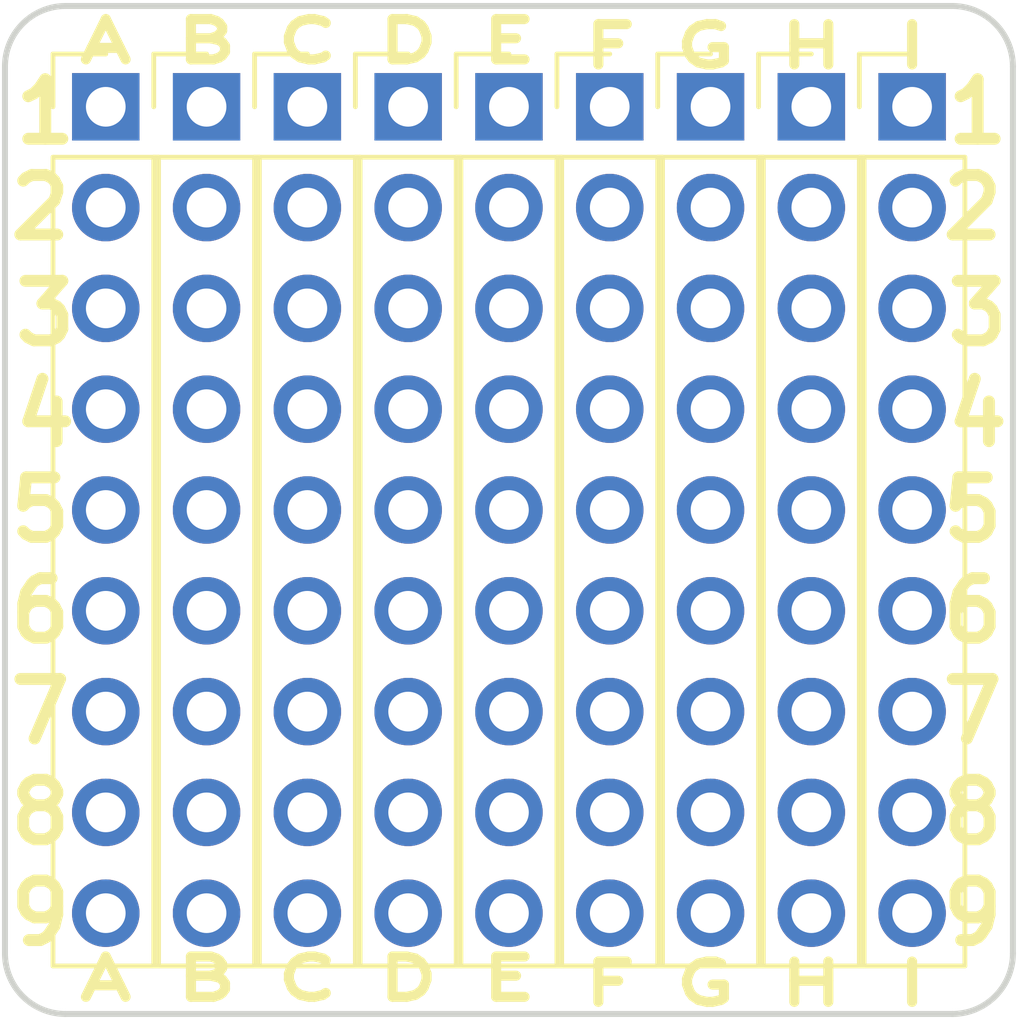
<source format=kicad_pcb>
(kicad_pcb (version 20171130) (host pcbnew 5.99.0+really5.1.10+dfsg1-1)

  (general
    (thickness 1.6)
    (drawings 44)
    (tracks 0)
    (zones 0)
    (modules 9)
    (nets 82)
  )

  (page A4)
  (title_block
    (title "One Square Inch Prototype Board")
    (date 2019-08-29)
    (rev 1.0)
    (comment 2 https://creativecommons.org/licenses/by-sa/4.0/)
    (comment 3 "License: CC BY-SA 4.0")
    (comment 4 "Author: Debinix Team")
  )

  (layers
    (0 F.Cu signal)
    (31 B.Cu signal)
    (32 B.Adhes user)
    (33 F.Adhes user)
    (34 B.Paste user)
    (35 F.Paste user)
    (36 B.SilkS user)
    (37 F.SilkS user)
    (38 B.Mask user)
    (39 F.Mask user)
    (40 Dwgs.User user)
    (41 Cmts.User user)
    (42 Eco1.User user)
    (43 Eco2.User user)
    (44 Edge.Cuts user)
    (45 Margin user)
    (46 B.CrtYd user)
    (47 F.CrtYd user)
    (48 B.Fab user)
    (49 F.Fab user)
  )

  (setup
    (last_trace_width 0.25)
    (trace_clearance 0.2)
    (zone_clearance 0.508)
    (zone_45_only no)
    (trace_min 0.2)
    (via_size 0.8)
    (via_drill 0.4)
    (via_min_size 0.4)
    (via_min_drill 0.3)
    (uvia_size 0.3)
    (uvia_drill 0.1)
    (uvias_allowed no)
    (uvia_min_size 0.2)
    (uvia_min_drill 0.1)
    (edge_width 0.15)
    (segment_width 0.2)
    (pcb_text_width 0.3)
    (pcb_text_size 1.5 1.5)
    (mod_edge_width 0.15)
    (mod_text_size 1 1)
    (mod_text_width 0.15)
    (pad_size 1.524 1.524)
    (pad_drill 0.762)
    (pad_to_mask_clearance 0.051)
    (solder_mask_min_width 0.25)
    (aux_axis_origin 0 0)
    (visible_elements FFFFFF7F)
    (pcbplotparams
      (layerselection 0x010e8_ffffffff)
      (usegerberextensions false)
      (usegerberattributes true)
      (usegerberadvancedattributes false)
      (creategerberjobfile false)
      (excludeedgelayer false)
      (linewidth 0.100000)
      (plotframeref false)
      (viasonmask false)
      (mode 1)
      (useauxorigin false)
      (hpglpennumber 1)
      (hpglpenspeed 20)
      (hpglpendiameter 15.000000)
      (psnegative false)
      (psa4output false)
      (plotreference true)
      (plotvalue true)
      (plotinvisibletext false)
      (padsonsilk true)
      (subtractmaskfromsilk false)
      (outputformat 1)
      (mirror false)
      (drillshape 0)
      (scaleselection 1)
      (outputdirectory "GERBERS/"))
  )

  (net 0 "")
  (net 1 "Net-(J1-Pad1)")
  (net 2 "Net-(J1-Pad2)")
  (net 3 "Net-(J1-Pad3)")
  (net 4 "Net-(J1-Pad4)")
  (net 5 "Net-(J1-Pad5)")
  (net 6 "Net-(J1-Pad6)")
  (net 7 "Net-(J1-Pad7)")
  (net 8 "Net-(J1-Pad8)")
  (net 9 "Net-(J1-Pad9)")
  (net 10 "Net-(J2-Pad9)")
  (net 11 "Net-(J2-Pad8)")
  (net 12 "Net-(J2-Pad7)")
  (net 13 "Net-(J2-Pad6)")
  (net 14 "Net-(J2-Pad5)")
  (net 15 "Net-(J2-Pad4)")
  (net 16 "Net-(J2-Pad3)")
  (net 17 "Net-(J2-Pad2)")
  (net 18 "Net-(J2-Pad1)")
  (net 19 "Net-(J3-Pad1)")
  (net 20 "Net-(J3-Pad2)")
  (net 21 "Net-(J3-Pad3)")
  (net 22 "Net-(J3-Pad4)")
  (net 23 "Net-(J3-Pad5)")
  (net 24 "Net-(J3-Pad6)")
  (net 25 "Net-(J3-Pad7)")
  (net 26 "Net-(J3-Pad8)")
  (net 27 "Net-(J3-Pad9)")
  (net 28 "Net-(J4-Pad9)")
  (net 29 "Net-(J4-Pad8)")
  (net 30 "Net-(J4-Pad7)")
  (net 31 "Net-(J4-Pad6)")
  (net 32 "Net-(J4-Pad5)")
  (net 33 "Net-(J4-Pad4)")
  (net 34 "Net-(J4-Pad3)")
  (net 35 "Net-(J4-Pad2)")
  (net 36 "Net-(J4-Pad1)")
  (net 37 "Net-(J5-Pad1)")
  (net 38 "Net-(J5-Pad2)")
  (net 39 "Net-(J5-Pad3)")
  (net 40 "Net-(J5-Pad4)")
  (net 41 "Net-(J5-Pad5)")
  (net 42 "Net-(J5-Pad6)")
  (net 43 "Net-(J5-Pad7)")
  (net 44 "Net-(J5-Pad8)")
  (net 45 "Net-(J5-Pad9)")
  (net 46 "Net-(J6-Pad9)")
  (net 47 "Net-(J6-Pad8)")
  (net 48 "Net-(J6-Pad7)")
  (net 49 "Net-(J6-Pad6)")
  (net 50 "Net-(J6-Pad5)")
  (net 51 "Net-(J6-Pad4)")
  (net 52 "Net-(J6-Pad3)")
  (net 53 "Net-(J6-Pad2)")
  (net 54 "Net-(J6-Pad1)")
  (net 55 "Net-(J7-Pad1)")
  (net 56 "Net-(J7-Pad2)")
  (net 57 "Net-(J7-Pad3)")
  (net 58 "Net-(J7-Pad4)")
  (net 59 "Net-(J7-Pad5)")
  (net 60 "Net-(J7-Pad6)")
  (net 61 "Net-(J7-Pad7)")
  (net 62 "Net-(J7-Pad8)")
  (net 63 "Net-(J7-Pad9)")
  (net 64 "Net-(J8-Pad9)")
  (net 65 "Net-(J8-Pad8)")
  (net 66 "Net-(J8-Pad7)")
  (net 67 "Net-(J8-Pad6)")
  (net 68 "Net-(J8-Pad5)")
  (net 69 "Net-(J8-Pad4)")
  (net 70 "Net-(J8-Pad3)")
  (net 71 "Net-(J8-Pad2)")
  (net 72 "Net-(J8-Pad1)")
  (net 73 "Net-(J9-Pad1)")
  (net 74 "Net-(J9-Pad2)")
  (net 75 "Net-(J9-Pad3)")
  (net 76 "Net-(J9-Pad4)")
  (net 77 "Net-(J9-Pad5)")
  (net 78 "Net-(J9-Pad6)")
  (net 79 "Net-(J9-Pad7)")
  (net 80 "Net-(J9-Pad8)")
  (net 81 "Net-(J9-Pad9)")

  (net_class Default "This is the default net class."
    (clearance 0.2)
    (trace_width 0.25)
    (via_dia 0.8)
    (via_drill 0.4)
    (uvia_dia 0.3)
    (uvia_drill 0.1)
    (add_net "Net-(J1-Pad1)")
    (add_net "Net-(J1-Pad2)")
    (add_net "Net-(J1-Pad3)")
    (add_net "Net-(J1-Pad4)")
    (add_net "Net-(J1-Pad5)")
    (add_net "Net-(J1-Pad6)")
    (add_net "Net-(J1-Pad7)")
    (add_net "Net-(J1-Pad8)")
    (add_net "Net-(J1-Pad9)")
    (add_net "Net-(J2-Pad1)")
    (add_net "Net-(J2-Pad2)")
    (add_net "Net-(J2-Pad3)")
    (add_net "Net-(J2-Pad4)")
    (add_net "Net-(J2-Pad5)")
    (add_net "Net-(J2-Pad6)")
    (add_net "Net-(J2-Pad7)")
    (add_net "Net-(J2-Pad8)")
    (add_net "Net-(J2-Pad9)")
    (add_net "Net-(J3-Pad1)")
    (add_net "Net-(J3-Pad2)")
    (add_net "Net-(J3-Pad3)")
    (add_net "Net-(J3-Pad4)")
    (add_net "Net-(J3-Pad5)")
    (add_net "Net-(J3-Pad6)")
    (add_net "Net-(J3-Pad7)")
    (add_net "Net-(J3-Pad8)")
    (add_net "Net-(J3-Pad9)")
    (add_net "Net-(J4-Pad1)")
    (add_net "Net-(J4-Pad2)")
    (add_net "Net-(J4-Pad3)")
    (add_net "Net-(J4-Pad4)")
    (add_net "Net-(J4-Pad5)")
    (add_net "Net-(J4-Pad6)")
    (add_net "Net-(J4-Pad7)")
    (add_net "Net-(J4-Pad8)")
    (add_net "Net-(J4-Pad9)")
    (add_net "Net-(J5-Pad1)")
    (add_net "Net-(J5-Pad2)")
    (add_net "Net-(J5-Pad3)")
    (add_net "Net-(J5-Pad4)")
    (add_net "Net-(J5-Pad5)")
    (add_net "Net-(J5-Pad6)")
    (add_net "Net-(J5-Pad7)")
    (add_net "Net-(J5-Pad8)")
    (add_net "Net-(J5-Pad9)")
    (add_net "Net-(J6-Pad1)")
    (add_net "Net-(J6-Pad2)")
    (add_net "Net-(J6-Pad3)")
    (add_net "Net-(J6-Pad4)")
    (add_net "Net-(J6-Pad5)")
    (add_net "Net-(J6-Pad6)")
    (add_net "Net-(J6-Pad7)")
    (add_net "Net-(J6-Pad8)")
    (add_net "Net-(J6-Pad9)")
    (add_net "Net-(J7-Pad1)")
    (add_net "Net-(J7-Pad2)")
    (add_net "Net-(J7-Pad3)")
    (add_net "Net-(J7-Pad4)")
    (add_net "Net-(J7-Pad5)")
    (add_net "Net-(J7-Pad6)")
    (add_net "Net-(J7-Pad7)")
    (add_net "Net-(J7-Pad8)")
    (add_net "Net-(J7-Pad9)")
    (add_net "Net-(J8-Pad1)")
    (add_net "Net-(J8-Pad2)")
    (add_net "Net-(J8-Pad3)")
    (add_net "Net-(J8-Pad4)")
    (add_net "Net-(J8-Pad5)")
    (add_net "Net-(J8-Pad6)")
    (add_net "Net-(J8-Pad7)")
    (add_net "Net-(J8-Pad8)")
    (add_net "Net-(J8-Pad9)")
    (add_net "Net-(J9-Pad1)")
    (add_net "Net-(J9-Pad2)")
    (add_net "Net-(J9-Pad3)")
    (add_net "Net-(J9-Pad4)")
    (add_net "Net-(J9-Pad5)")
    (add_net "Net-(J9-Pad6)")
    (add_net "Net-(J9-Pad7)")
    (add_net "Net-(J9-Pad8)")
    (add_net "Net-(J9-Pad9)")
  )

  (module Connector_PinHeader_2.54mm:PinHeader_1x09_P2.54mm_Vertical (layer F.Cu) (tedit 5D67EC7C) (tstamp 5D75EE7E)
    (at 142.24 50.8)
    (descr "Through hole straight pin header, 1x09, 2.54mm pitch, single row")
    (tags "Through hole pin header THT 1x09 2.54mm single row")
    (path /5D67ED62)
    (fp_text reference J9 (at 0 -2.33) (layer F.SilkS) hide
      (effects (font (size 1 1) (thickness 0.15)))
    )
    (fp_text value Conn_01x09_Female (at 0 22.65) (layer F.Fab) hide
      (effects (font (size 1 1) (thickness 0.15)))
    )
    (fp_line (start -0.635 -1.27) (end 1.27 -1.27) (layer F.Fab) (width 0.1))
    (fp_line (start 1.27 -1.27) (end 1.27 21.59) (layer F.Fab) (width 0.1))
    (fp_line (start 1.27 21.59) (end -1.27 21.59) (layer F.Fab) (width 0.1))
    (fp_line (start -1.27 21.59) (end -1.27 -0.635) (layer F.Fab) (width 0.1))
    (fp_line (start -1.27 -0.635) (end -0.635 -1.27) (layer F.Fab) (width 0.1))
    (fp_line (start -1.33 21.65) (end 1.33 21.65) (layer F.SilkS) (width 0.12))
    (fp_line (start -1.33 1.27) (end -1.33 21.65) (layer F.SilkS) (width 0.12))
    (fp_line (start 1.33 1.27) (end 1.33 21.65) (layer F.SilkS) (width 0.12))
    (fp_line (start -1.33 1.27) (end 1.33 1.27) (layer F.SilkS) (width 0.12))
    (fp_line (start -1.33 0) (end -1.33 -1.33) (layer F.SilkS) (width 0.12))
    (fp_line (start -1.33 -1.33) (end 0 -1.33) (layer F.SilkS) (width 0.12))
    (fp_line (start -1.8 -1.8) (end -1.8 22.1) (layer F.CrtYd) (width 0.05))
    (fp_line (start -1.8 22.1) (end 1.8 22.1) (layer F.CrtYd) (width 0.05))
    (fp_line (start 1.8 22.1) (end 1.8 -1.8) (layer F.CrtYd) (width 0.05))
    (fp_line (start 1.8 -1.8) (end -1.8 -1.8) (layer F.CrtYd) (width 0.05))
    (fp_text user %R (at 0 10.16 90) (layer F.Fab)
      (effects (font (size 1 1) (thickness 0.15)))
    )
    (pad 1 thru_hole rect (at 0 0) (size 1.7 1.7) (drill 1) (layers *.Cu *.Mask)
      (net 73 "Net-(J9-Pad1)"))
    (pad 2 thru_hole oval (at 0 2.54) (size 1.7 1.7) (drill 1) (layers *.Cu *.Mask)
      (net 74 "Net-(J9-Pad2)"))
    (pad 3 thru_hole oval (at 0 5.08) (size 1.7 1.7) (drill 1) (layers *.Cu *.Mask)
      (net 75 "Net-(J9-Pad3)"))
    (pad 4 thru_hole oval (at 0 7.62) (size 1.7 1.7) (drill 1) (layers *.Cu *.Mask)
      (net 76 "Net-(J9-Pad4)"))
    (pad 5 thru_hole oval (at 0 10.16) (size 1.7 1.7) (drill 1) (layers *.Cu *.Mask)
      (net 77 "Net-(J9-Pad5)"))
    (pad 6 thru_hole oval (at 0 12.7) (size 1.7 1.7) (drill 1) (layers *.Cu *.Mask)
      (net 78 "Net-(J9-Pad6)"))
    (pad 7 thru_hole oval (at 0 15.24) (size 1.7 1.7) (drill 1) (layers *.Cu *.Mask)
      (net 79 "Net-(J9-Pad7)"))
    (pad 8 thru_hole oval (at 0 17.78) (size 1.7 1.7) (drill 1) (layers *.Cu *.Mask)
      (net 80 "Net-(J9-Pad8)"))
    (pad 9 thru_hole oval (at 0 20.32) (size 1.7 1.7) (drill 1) (layers *.Cu *.Mask)
      (net 81 "Net-(J9-Pad9)"))
    (model ${KISYS3DMOD}/Connector_PinHeader_2.54mm.3dshapes/PinHeader_1x09_P2.54mm_Vertical.wrl
      (at (xyz 0 0 0))
      (scale (xyz 1 1 1))
      (rotate (xyz 0 0 0))
    )
  )

  (module Connector_PinHeader_2.54mm:PinHeader_1x09_P2.54mm_Vertical (layer F.Cu) (tedit 5D67EC74) (tstamp 5D75EE2A)
    (at 139.7 50.8)
    (descr "Through hole straight pin header, 1x09, 2.54mm pitch, single row")
    (tags "Through hole pin header THT 1x09 2.54mm single row")
    (path /5D67ED5B)
    (fp_text reference J8 (at 0 -2.33) (layer F.SilkS) hide
      (effects (font (size 1 1) (thickness 0.15)))
    )
    (fp_text value Conn_01x09_Female (at 0 22.65) (layer F.Fab) hide
      (effects (font (size 1 1) (thickness 0.15)))
    )
    (fp_line (start 1.8 -1.8) (end -1.8 -1.8) (layer F.CrtYd) (width 0.05))
    (fp_line (start 1.8 22.1) (end 1.8 -1.8) (layer F.CrtYd) (width 0.05))
    (fp_line (start -1.8 22.1) (end 1.8 22.1) (layer F.CrtYd) (width 0.05))
    (fp_line (start -1.8 -1.8) (end -1.8 22.1) (layer F.CrtYd) (width 0.05))
    (fp_line (start -1.33 -1.33) (end 0 -1.33) (layer F.SilkS) (width 0.12))
    (fp_line (start -1.33 0) (end -1.33 -1.33) (layer F.SilkS) (width 0.12))
    (fp_line (start -1.33 1.27) (end 1.33 1.27) (layer F.SilkS) (width 0.12))
    (fp_line (start 1.33 1.27) (end 1.33 21.65) (layer F.SilkS) (width 0.12))
    (fp_line (start -1.33 1.27) (end -1.33 21.65) (layer F.SilkS) (width 0.12))
    (fp_line (start -1.33 21.65) (end 1.33 21.65) (layer F.SilkS) (width 0.12))
    (fp_line (start -1.27 -0.635) (end -0.635 -1.27) (layer F.Fab) (width 0.1))
    (fp_line (start -1.27 21.59) (end -1.27 -0.635) (layer F.Fab) (width 0.1))
    (fp_line (start 1.27 21.59) (end -1.27 21.59) (layer F.Fab) (width 0.1))
    (fp_line (start 1.27 -1.27) (end 1.27 21.59) (layer F.Fab) (width 0.1))
    (fp_line (start -0.635 -1.27) (end 1.27 -1.27) (layer F.Fab) (width 0.1))
    (fp_text user %R (at 0 10.16 90) (layer F.Fab)
      (effects (font (size 1 1) (thickness 0.15)))
    )
    (pad 9 thru_hole oval (at 0 20.32) (size 1.7 1.7) (drill 1) (layers *.Cu *.Mask)
      (net 64 "Net-(J8-Pad9)"))
    (pad 8 thru_hole oval (at 0 17.78) (size 1.7 1.7) (drill 1) (layers *.Cu *.Mask)
      (net 65 "Net-(J8-Pad8)"))
    (pad 7 thru_hole oval (at 0 15.24) (size 1.7 1.7) (drill 1) (layers *.Cu *.Mask)
      (net 66 "Net-(J8-Pad7)"))
    (pad 6 thru_hole oval (at 0 12.7) (size 1.7 1.7) (drill 1) (layers *.Cu *.Mask)
      (net 67 "Net-(J8-Pad6)"))
    (pad 5 thru_hole oval (at 0 10.16) (size 1.7 1.7) (drill 1) (layers *.Cu *.Mask)
      (net 68 "Net-(J8-Pad5)"))
    (pad 4 thru_hole oval (at 0 7.62) (size 1.7 1.7) (drill 1) (layers *.Cu *.Mask)
      (net 69 "Net-(J8-Pad4)"))
    (pad 3 thru_hole oval (at 0 5.08) (size 1.7 1.7) (drill 1) (layers *.Cu *.Mask)
      (net 70 "Net-(J8-Pad3)"))
    (pad 2 thru_hole oval (at 0 2.54) (size 1.7 1.7) (drill 1) (layers *.Cu *.Mask)
      (net 71 "Net-(J8-Pad2)"))
    (pad 1 thru_hole rect (at 0 0) (size 1.7 1.7) (drill 1) (layers *.Cu *.Mask)
      (net 72 "Net-(J8-Pad1)"))
    (model ${KISYS3DMOD}/Connector_PinHeader_2.54mm.3dshapes/PinHeader_1x09_P2.54mm_Vertical.wrl
      (at (xyz 0 0 0))
      (scale (xyz 1 1 1))
      (rotate (xyz 0 0 0))
    )
  )

  (module Connector_PinHeader_2.54mm:PinHeader_1x09_P2.54mm_Vertical (layer F.Cu) (tedit 5D67EC85) (tstamp 5D75ED82)
    (at 137.16 50.8)
    (descr "Through hole straight pin header, 1x09, 2.54mm pitch, single row")
    (tags "Through hole pin header THT 1x09 2.54mm single row")
    (path /5D67ED54)
    (fp_text reference J7 (at 0 -2.33) (layer F.SilkS) hide
      (effects (font (size 1 1) (thickness 0.15)))
    )
    (fp_text value Conn_01x09_Female (at 0 22.65) (layer F.Fab) hide
      (effects (font (size 1 1) (thickness 0.15)))
    )
    (fp_line (start -0.635 -1.27) (end 1.27 -1.27) (layer F.Fab) (width 0.1))
    (fp_line (start 1.27 -1.27) (end 1.27 21.59) (layer F.Fab) (width 0.1))
    (fp_line (start 1.27 21.59) (end -1.27 21.59) (layer F.Fab) (width 0.1))
    (fp_line (start -1.27 21.59) (end -1.27 -0.635) (layer F.Fab) (width 0.1))
    (fp_line (start -1.27 -0.635) (end -0.635 -1.27) (layer F.Fab) (width 0.1))
    (fp_line (start -1.33 21.65) (end 1.33 21.65) (layer F.SilkS) (width 0.12))
    (fp_line (start -1.33 1.27) (end -1.33 21.65) (layer F.SilkS) (width 0.12))
    (fp_line (start 1.33 1.27) (end 1.33 21.65) (layer F.SilkS) (width 0.12))
    (fp_line (start -1.33 1.27) (end 1.33 1.27) (layer F.SilkS) (width 0.12))
    (fp_line (start -1.33 0) (end -1.33 -1.33) (layer F.SilkS) (width 0.12))
    (fp_line (start -1.33 -1.33) (end 0 -1.33) (layer F.SilkS) (width 0.12))
    (fp_line (start -1.8 -1.8) (end -1.8 22.1) (layer F.CrtYd) (width 0.05))
    (fp_line (start -1.8 22.1) (end 1.8 22.1) (layer F.CrtYd) (width 0.05))
    (fp_line (start 1.8 22.1) (end 1.8 -1.8) (layer F.CrtYd) (width 0.05))
    (fp_line (start 1.8 -1.8) (end -1.8 -1.8) (layer F.CrtYd) (width 0.05))
    (fp_text user %R (at 0 10.16 90) (layer F.Fab)
      (effects (font (size 1 1) (thickness 0.15)))
    )
    (pad 1 thru_hole rect (at 0 0) (size 1.7 1.7) (drill 1) (layers *.Cu *.Mask)
      (net 55 "Net-(J7-Pad1)"))
    (pad 2 thru_hole oval (at 0 2.54) (size 1.7 1.7) (drill 1) (layers *.Cu *.Mask)
      (net 56 "Net-(J7-Pad2)"))
    (pad 3 thru_hole oval (at 0 5.08) (size 1.7 1.7) (drill 1) (layers *.Cu *.Mask)
      (net 57 "Net-(J7-Pad3)"))
    (pad 4 thru_hole oval (at 0 7.62) (size 1.7 1.7) (drill 1) (layers *.Cu *.Mask)
      (net 58 "Net-(J7-Pad4)"))
    (pad 5 thru_hole oval (at 0 10.16) (size 1.7 1.7) (drill 1) (layers *.Cu *.Mask)
      (net 59 "Net-(J7-Pad5)"))
    (pad 6 thru_hole oval (at 0 12.7) (size 1.7 1.7) (drill 1) (layers *.Cu *.Mask)
      (net 60 "Net-(J7-Pad6)"))
    (pad 7 thru_hole oval (at 0 15.24) (size 1.7 1.7) (drill 1) (layers *.Cu *.Mask)
      (net 61 "Net-(J7-Pad7)"))
    (pad 8 thru_hole oval (at 0 17.78) (size 1.7 1.7) (drill 1) (layers *.Cu *.Mask)
      (net 62 "Net-(J7-Pad8)"))
    (pad 9 thru_hole oval (at 0 20.32) (size 1.7 1.7) (drill 1) (layers *.Cu *.Mask)
      (net 63 "Net-(J7-Pad9)"))
    (model ${KISYS3DMOD}/Connector_PinHeader_2.54mm.3dshapes/PinHeader_1x09_P2.54mm_Vertical.wrl
      (at (xyz 0 0 0))
      (scale (xyz 1 1 1))
      (rotate (xyz 0 0 0))
    )
  )

  (module Connector_PinHeader_2.54mm:PinHeader_1x09_P2.54mm_Vertical (layer F.Cu) (tedit 5D67EC8C) (tstamp 5D75EED2)
    (at 134.62 50.8)
    (descr "Through hole straight pin header, 1x09, 2.54mm pitch, single row")
    (tags "Through hole pin header THT 1x09 2.54mm single row")
    (path /5D67EC75)
    (fp_text reference J6 (at 0 -2.33) (layer F.SilkS) hide
      (effects (font (size 1 1) (thickness 0.15)))
    )
    (fp_text value Conn_01x09_Female (at 0 22.65) (layer F.Fab) hide
      (effects (font (size 1 1) (thickness 0.15)))
    )
    (fp_line (start 1.8 -1.8) (end -1.8 -1.8) (layer F.CrtYd) (width 0.05))
    (fp_line (start 1.8 22.1) (end 1.8 -1.8) (layer F.CrtYd) (width 0.05))
    (fp_line (start -1.8 22.1) (end 1.8 22.1) (layer F.CrtYd) (width 0.05))
    (fp_line (start -1.8 -1.8) (end -1.8 22.1) (layer F.CrtYd) (width 0.05))
    (fp_line (start -1.33 -1.33) (end 0 -1.33) (layer F.SilkS) (width 0.12))
    (fp_line (start -1.33 0) (end -1.33 -1.33) (layer F.SilkS) (width 0.12))
    (fp_line (start -1.33 1.27) (end 1.33 1.27) (layer F.SilkS) (width 0.12))
    (fp_line (start 1.33 1.27) (end 1.33 21.65) (layer F.SilkS) (width 0.12))
    (fp_line (start -1.33 1.27) (end -1.33 21.65) (layer F.SilkS) (width 0.12))
    (fp_line (start -1.33 21.65) (end 1.33 21.65) (layer F.SilkS) (width 0.12))
    (fp_line (start -1.27 -0.635) (end -0.635 -1.27) (layer F.Fab) (width 0.1))
    (fp_line (start -1.27 21.59) (end -1.27 -0.635) (layer F.Fab) (width 0.1))
    (fp_line (start 1.27 21.59) (end -1.27 21.59) (layer F.Fab) (width 0.1))
    (fp_line (start 1.27 -1.27) (end 1.27 21.59) (layer F.Fab) (width 0.1))
    (fp_line (start -0.635 -1.27) (end 1.27 -1.27) (layer F.Fab) (width 0.1))
    (fp_text user %R (at 0 10.16 90) (layer F.Fab)
      (effects (font (size 1 1) (thickness 0.15)))
    )
    (pad 9 thru_hole oval (at 0 20.32) (size 1.7 1.7) (drill 1) (layers *.Cu *.Mask)
      (net 46 "Net-(J6-Pad9)"))
    (pad 8 thru_hole oval (at 0 17.78) (size 1.7 1.7) (drill 1) (layers *.Cu *.Mask)
      (net 47 "Net-(J6-Pad8)"))
    (pad 7 thru_hole oval (at 0 15.24) (size 1.7 1.7) (drill 1) (layers *.Cu *.Mask)
      (net 48 "Net-(J6-Pad7)"))
    (pad 6 thru_hole oval (at 0 12.7) (size 1.7 1.7) (drill 1) (layers *.Cu *.Mask)
      (net 49 "Net-(J6-Pad6)"))
    (pad 5 thru_hole oval (at 0 10.16) (size 1.7 1.7) (drill 1) (layers *.Cu *.Mask)
      (net 50 "Net-(J6-Pad5)"))
    (pad 4 thru_hole oval (at 0 7.62) (size 1.7 1.7) (drill 1) (layers *.Cu *.Mask)
      (net 51 "Net-(J6-Pad4)"))
    (pad 3 thru_hole oval (at 0 5.08) (size 1.7 1.7) (drill 1) (layers *.Cu *.Mask)
      (net 52 "Net-(J6-Pad3)"))
    (pad 2 thru_hole oval (at 0 2.54) (size 1.7 1.7) (drill 1) (layers *.Cu *.Mask)
      (net 53 "Net-(J6-Pad2)"))
    (pad 1 thru_hole rect (at 0 0) (size 1.7 1.7) (drill 1) (layers *.Cu *.Mask)
      (net 54 "Net-(J6-Pad1)"))
    (model ${KISYS3DMOD}/Connector_PinHeader_2.54mm.3dshapes/PinHeader_1x09_P2.54mm_Vertical.wrl
      (at (xyz 0 0 0))
      (scale (xyz 1 1 1))
      (rotate (xyz 0 0 0))
    )
  )

  (module Connector_PinHeader_2.54mm:PinHeader_1x09_P2.54mm_Vertical (layer F.Cu) (tedit 5D67F4E5) (tstamp 5D75EDD6)
    (at 132.08 50.8)
    (descr "Through hole straight pin header, 1x09, 2.54mm pitch, single row")
    (tags "Through hole pin header THT 1x09 2.54mm single row")
    (path /5D67EC6E)
    (fp_text reference J5 (at 0 -2.33) (layer F.SilkS) hide
      (effects (font (size 1 1) (thickness 0.15)))
    )
    (fp_text value Conn_01x09_Female (at 0 22.65) (layer F.Fab) hide
      (effects (font (size 1 1) (thickness 0.15)))
    )
    (fp_line (start -0.635 -1.27) (end 1.27 -1.27) (layer F.Fab) (width 0.1))
    (fp_line (start 1.27 -1.27) (end 1.27 21.59) (layer F.Fab) (width 0.1))
    (fp_line (start 1.27 21.59) (end -1.27 21.59) (layer F.Fab) (width 0.1))
    (fp_line (start -1.27 21.59) (end -1.27 -0.635) (layer F.Fab) (width 0.1))
    (fp_line (start -1.27 -0.635) (end -0.635 -1.27) (layer F.Fab) (width 0.1))
    (fp_line (start -1.33 21.65) (end 1.33 21.65) (layer F.SilkS) (width 0.12))
    (fp_line (start -1.33 1.27) (end -1.33 21.65) (layer F.SilkS) (width 0.12))
    (fp_line (start 1.33 1.27) (end 1.33 21.65) (layer F.SilkS) (width 0.12))
    (fp_line (start -1.33 1.27) (end 1.33 1.27) (layer F.SilkS) (width 0.12))
    (fp_line (start -1.33 0) (end -1.33 -1.33) (layer F.SilkS) (width 0.12))
    (fp_line (start -1.33 -1.33) (end 0 -1.33) (layer F.SilkS) (width 0.12))
    (fp_line (start -1.8 -1.8) (end -1.8 22.1) (layer F.CrtYd) (width 0.05))
    (fp_line (start -1.8 22.1) (end 1.8 22.1) (layer F.CrtYd) (width 0.05))
    (fp_line (start 1.8 22.1) (end 1.8 -1.8) (layer F.CrtYd) (width 0.05))
    (fp_line (start 1.8 -1.8) (end -1.8 -1.8) (layer F.CrtYd) (width 0.05))
    (fp_text user %R (at 0 10.16 90) (layer F.Fab)
      (effects (font (size 1 1) (thickness 0.15)))
    )
    (pad 1 thru_hole rect (at 0 0) (size 1.7 1.7) (drill 1) (layers *.Cu *.Mask)
      (net 37 "Net-(J5-Pad1)"))
    (pad 2 thru_hole oval (at 0 2.54) (size 1.7 1.7) (drill 1) (layers *.Cu *.Mask)
      (net 38 "Net-(J5-Pad2)"))
    (pad 3 thru_hole oval (at 0 5.08) (size 1.7 1.7) (drill 1) (layers *.Cu *.Mask)
      (net 39 "Net-(J5-Pad3)"))
    (pad 4 thru_hole oval (at 0 7.62) (size 1.7 1.7) (drill 1) (layers *.Cu *.Mask)
      (net 40 "Net-(J5-Pad4)"))
    (pad 5 thru_hole oval (at 0 10.16) (size 1.7 1.7) (drill 1) (layers *.Cu *.Mask)
      (net 41 "Net-(J5-Pad5)"))
    (pad 6 thru_hole oval (at 0 12.7) (size 1.7 1.7) (drill 1) (layers *.Cu *.Mask)
      (net 42 "Net-(J5-Pad6)"))
    (pad 7 thru_hole oval (at 0 15.24) (size 1.7 1.7) (drill 1) (layers *.Cu *.Mask)
      (net 43 "Net-(J5-Pad7)"))
    (pad 8 thru_hole oval (at 0 17.78) (size 1.7 1.7) (drill 1) (layers *.Cu *.Mask)
      (net 44 "Net-(J5-Pad8)"))
    (pad 9 thru_hole oval (at 0 20.32) (size 1.7 1.7) (drill 1) (layers *.Cu *.Mask)
      (net 45 "Net-(J5-Pad9)"))
    (model ${KISYS3DMOD}/Connector_PinHeader_2.54mm.3dshapes/PinHeader_1x09_P2.54mm_Vertical.wrl
      (at (xyz 0 0 0))
      (scale (xyz 1 1 1))
      (rotate (xyz 0 0 0))
    )
  )

  (module Connector_PinHeader_2.54mm:PinHeader_1x09_P2.54mm_Vertical (layer F.Cu) (tedit 5D67F4EE) (tstamp 5D75ED2E)
    (at 129.54 50.8)
    (descr "Through hole straight pin header, 1x09, 2.54mm pitch, single row")
    (tags "Through hole pin header THT 1x09 2.54mm single row")
    (path /5D67EC67)
    (fp_text reference J4 (at 0 -2.33) (layer F.SilkS) hide
      (effects (font (size 1 1) (thickness 0.15)))
    )
    (fp_text value Conn_01x09_Female (at 0 22.65) (layer F.Fab) hide
      (effects (font (size 1 1) (thickness 0.15)))
    )
    (fp_line (start 1.8 -1.8) (end -1.8 -1.8) (layer F.CrtYd) (width 0.05))
    (fp_line (start 1.8 22.1) (end 1.8 -1.8) (layer F.CrtYd) (width 0.05))
    (fp_line (start -1.8 22.1) (end 1.8 22.1) (layer F.CrtYd) (width 0.05))
    (fp_line (start -1.8 -1.8) (end -1.8 22.1) (layer F.CrtYd) (width 0.05))
    (fp_line (start -1.33 -1.33) (end 0 -1.33) (layer F.SilkS) (width 0.12))
    (fp_line (start -1.33 0) (end -1.33 -1.33) (layer F.SilkS) (width 0.12))
    (fp_line (start -1.33 1.27) (end 1.33 1.27) (layer F.SilkS) (width 0.12))
    (fp_line (start 1.33 1.27) (end 1.33 21.65) (layer F.SilkS) (width 0.12))
    (fp_line (start -1.33 1.27) (end -1.33 21.65) (layer F.SilkS) (width 0.12))
    (fp_line (start -1.33 21.65) (end 1.33 21.65) (layer F.SilkS) (width 0.12))
    (fp_line (start -1.27 -0.635) (end -0.635 -1.27) (layer F.Fab) (width 0.1))
    (fp_line (start -1.27 21.59) (end -1.27 -0.635) (layer F.Fab) (width 0.1))
    (fp_line (start 1.27 21.59) (end -1.27 21.59) (layer F.Fab) (width 0.1))
    (fp_line (start 1.27 -1.27) (end 1.27 21.59) (layer F.Fab) (width 0.1))
    (fp_line (start -0.635 -1.27) (end 1.27 -1.27) (layer F.Fab) (width 0.1))
    (fp_text user %R (at 0 10.16 90) (layer F.Fab)
      (effects (font (size 1 1) (thickness 0.15)))
    )
    (pad 9 thru_hole oval (at 0 20.32) (size 1.7 1.7) (drill 1) (layers *.Cu *.Mask)
      (net 28 "Net-(J4-Pad9)"))
    (pad 8 thru_hole oval (at 0 17.78) (size 1.7 1.7) (drill 1) (layers *.Cu *.Mask)
      (net 29 "Net-(J4-Pad8)"))
    (pad 7 thru_hole oval (at 0 15.24) (size 1.7 1.7) (drill 1) (layers *.Cu *.Mask)
      (net 30 "Net-(J4-Pad7)"))
    (pad 6 thru_hole oval (at 0 12.7) (size 1.7 1.7) (drill 1) (layers *.Cu *.Mask)
      (net 31 "Net-(J4-Pad6)"))
    (pad 5 thru_hole oval (at 0 10.16) (size 1.7 1.7) (drill 1) (layers *.Cu *.Mask)
      (net 32 "Net-(J4-Pad5)"))
    (pad 4 thru_hole oval (at 0 7.62) (size 1.7 1.7) (drill 1) (layers *.Cu *.Mask)
      (net 33 "Net-(J4-Pad4)"))
    (pad 3 thru_hole oval (at 0 5.08) (size 1.7 1.7) (drill 1) (layers *.Cu *.Mask)
      (net 34 "Net-(J4-Pad3)"))
    (pad 2 thru_hole oval (at 0 2.54) (size 1.7 1.7) (drill 1) (layers *.Cu *.Mask)
      (net 35 "Net-(J4-Pad2)"))
    (pad 1 thru_hole rect (at 0 0) (size 1.7 1.7) (drill 1) (layers *.Cu *.Mask)
      (net 36 "Net-(J4-Pad1)"))
    (model ${KISYS3DMOD}/Connector_PinHeader_2.54mm.3dshapes/PinHeader_1x09_P2.54mm_Vertical.wrl
      (at (xyz 0 0 0))
      (scale (xyz 1 1 1))
      (rotate (xyz 0 0 0))
    )
  )

  (module Connector_PinHeader_2.54mm:PinHeader_1x09_P2.54mm_Vertical (layer F.Cu) (tedit 5D67F4F7) (tstamp 5D75F079)
    (at 127 50.8)
    (descr "Through hole straight pin header, 1x09, 2.54mm pitch, single row")
    (tags "Through hole pin header THT 1x09 2.54mm single row")
    (path /5D67EBAB)
    (fp_text reference J3 (at 0 -2.33) (layer F.SilkS) hide
      (effects (font (size 1 1) (thickness 0.15)))
    )
    (fp_text value Conn_01x09_Female (at 0 22.65) (layer F.Fab) hide
      (effects (font (size 1 1) (thickness 0.15)))
    )
    (fp_line (start -0.635 -1.27) (end 1.27 -1.27) (layer F.Fab) (width 0.1))
    (fp_line (start 1.27 -1.27) (end 1.27 21.59) (layer F.Fab) (width 0.1))
    (fp_line (start 1.27 21.59) (end -1.27 21.59) (layer F.Fab) (width 0.1))
    (fp_line (start -1.27 21.59) (end -1.27 -0.635) (layer F.Fab) (width 0.1))
    (fp_line (start -1.27 -0.635) (end -0.635 -1.27) (layer F.Fab) (width 0.1))
    (fp_line (start -1.33 21.65) (end 1.33 21.65) (layer F.SilkS) (width 0.12))
    (fp_line (start -1.33 1.27) (end -1.33 21.65) (layer F.SilkS) (width 0.12))
    (fp_line (start 1.33 1.27) (end 1.33 21.65) (layer F.SilkS) (width 0.12))
    (fp_line (start -1.33 1.27) (end 1.33 1.27) (layer F.SilkS) (width 0.12))
    (fp_line (start -1.33 0) (end -1.33 -1.33) (layer F.SilkS) (width 0.12))
    (fp_line (start -1.33 -1.33) (end 0 -1.33) (layer F.SilkS) (width 0.12))
    (fp_line (start -1.8 -1.8) (end -1.8 22.1) (layer F.CrtYd) (width 0.05))
    (fp_line (start -1.8 22.1) (end 1.8 22.1) (layer F.CrtYd) (width 0.05))
    (fp_line (start 1.8 22.1) (end 1.8 -1.8) (layer F.CrtYd) (width 0.05))
    (fp_line (start 1.8 -1.8) (end -1.8 -1.8) (layer F.CrtYd) (width 0.05))
    (fp_text user %R (at 0 10.16 90) (layer F.Fab)
      (effects (font (size 1 1) (thickness 0.15)))
    )
    (pad 1 thru_hole rect (at 0 0) (size 1.7 1.7) (drill 1) (layers *.Cu *.Mask)
      (net 19 "Net-(J3-Pad1)"))
    (pad 2 thru_hole oval (at 0 2.54) (size 1.7 1.7) (drill 1) (layers *.Cu *.Mask)
      (net 20 "Net-(J3-Pad2)"))
    (pad 3 thru_hole oval (at 0 5.08) (size 1.7 1.7) (drill 1) (layers *.Cu *.Mask)
      (net 21 "Net-(J3-Pad3)"))
    (pad 4 thru_hole oval (at 0 7.62) (size 1.7 1.7) (drill 1) (layers *.Cu *.Mask)
      (net 22 "Net-(J3-Pad4)"))
    (pad 5 thru_hole oval (at 0 10.16) (size 1.7 1.7) (drill 1) (layers *.Cu *.Mask)
      (net 23 "Net-(J3-Pad5)"))
    (pad 6 thru_hole oval (at 0 12.7) (size 1.7 1.7) (drill 1) (layers *.Cu *.Mask)
      (net 24 "Net-(J3-Pad6)"))
    (pad 7 thru_hole oval (at 0 15.24) (size 1.7 1.7) (drill 1) (layers *.Cu *.Mask)
      (net 25 "Net-(J3-Pad7)"))
    (pad 8 thru_hole oval (at 0 17.78) (size 1.7 1.7) (drill 1) (layers *.Cu *.Mask)
      (net 26 "Net-(J3-Pad8)"))
    (pad 9 thru_hole oval (at 0 20.32) (size 1.7 1.7) (drill 1) (layers *.Cu *.Mask)
      (net 27 "Net-(J3-Pad9)"))
    (model ${KISYS3DMOD}/Connector_PinHeader_2.54mm.3dshapes/PinHeader_1x09_P2.54mm_Vertical.wrl
      (at (xyz 0 0 0))
      (scale (xyz 1 1 1))
      (rotate (xyz 0 0 0))
    )
  )

  (module Connector_PinHeader_2.54mm:PinHeader_1x09_P2.54mm_Vertical (layer F.Cu) (tedit 5D67F4FF) (tstamp 5D75ECDA)
    (at 124.46 50.8)
    (descr "Through hole straight pin header, 1x09, 2.54mm pitch, single row")
    (tags "Through hole pin header THT 1x09 2.54mm single row")
    (path /5D67EB09)
    (fp_text reference J2 (at 0 -2.33) (layer F.SilkS) hide
      (effects (font (size 1 1) (thickness 0.15)))
    )
    (fp_text value Conn_01x09_Female (at 0 22.65) (layer F.Fab) hide
      (effects (font (size 1 1) (thickness 0.15)))
    )
    (fp_line (start 1.8 -1.8) (end -1.8 -1.8) (layer F.CrtYd) (width 0.05))
    (fp_line (start 1.8 22.1) (end 1.8 -1.8) (layer F.CrtYd) (width 0.05))
    (fp_line (start -1.8 22.1) (end 1.8 22.1) (layer F.CrtYd) (width 0.05))
    (fp_line (start -1.8 -1.8) (end -1.8 22.1) (layer F.CrtYd) (width 0.05))
    (fp_line (start -1.33 -1.33) (end 0 -1.33) (layer F.SilkS) (width 0.12))
    (fp_line (start -1.33 0) (end -1.33 -1.33) (layer F.SilkS) (width 0.12))
    (fp_line (start -1.33 1.27) (end 1.33 1.27) (layer F.SilkS) (width 0.12))
    (fp_line (start 1.33 1.27) (end 1.33 21.65) (layer F.SilkS) (width 0.12))
    (fp_line (start -1.33 1.27) (end -1.33 21.65) (layer F.SilkS) (width 0.12))
    (fp_line (start -1.33 21.65) (end 1.33 21.65) (layer F.SilkS) (width 0.12))
    (fp_line (start -1.27 -0.635) (end -0.635 -1.27) (layer F.Fab) (width 0.1))
    (fp_line (start -1.27 21.59) (end -1.27 -0.635) (layer F.Fab) (width 0.1))
    (fp_line (start 1.27 21.59) (end -1.27 21.59) (layer F.Fab) (width 0.1))
    (fp_line (start 1.27 -1.27) (end 1.27 21.59) (layer F.Fab) (width 0.1))
    (fp_line (start -0.635 -1.27) (end 1.27 -1.27) (layer F.Fab) (width 0.1))
    (fp_text user %R (at 0 10.16 90) (layer F.Fab)
      (effects (font (size 1 1) (thickness 0.15)))
    )
    (pad 9 thru_hole oval (at 0 20.32) (size 1.7 1.7) (drill 1) (layers *.Cu *.Mask)
      (net 10 "Net-(J2-Pad9)"))
    (pad 8 thru_hole oval (at 0 17.78) (size 1.7 1.7) (drill 1) (layers *.Cu *.Mask)
      (net 11 "Net-(J2-Pad8)"))
    (pad 7 thru_hole oval (at 0 15.24) (size 1.7 1.7) (drill 1) (layers *.Cu *.Mask)
      (net 12 "Net-(J2-Pad7)"))
    (pad 6 thru_hole oval (at 0 12.7) (size 1.7 1.7) (drill 1) (layers *.Cu *.Mask)
      (net 13 "Net-(J2-Pad6)"))
    (pad 5 thru_hole oval (at 0 10.16) (size 1.7 1.7) (drill 1) (layers *.Cu *.Mask)
      (net 14 "Net-(J2-Pad5)"))
    (pad 4 thru_hole oval (at 0 7.62) (size 1.7 1.7) (drill 1) (layers *.Cu *.Mask)
      (net 15 "Net-(J2-Pad4)"))
    (pad 3 thru_hole oval (at 0 5.08) (size 1.7 1.7) (drill 1) (layers *.Cu *.Mask)
      (net 16 "Net-(J2-Pad3)"))
    (pad 2 thru_hole oval (at 0 2.54) (size 1.7 1.7) (drill 1) (layers *.Cu *.Mask)
      (net 17 "Net-(J2-Pad2)"))
    (pad 1 thru_hole rect (at 0 0) (size 1.7 1.7) (drill 1) (layers *.Cu *.Mask)
      (net 18 "Net-(J2-Pad1)"))
    (model ${KISYS3DMOD}/Connector_PinHeader_2.54mm.3dshapes/PinHeader_1x09_P2.54mm_Vertical.wrl
      (at (xyz 0 0 0))
      (scale (xyz 1 1 1))
      (rotate (xyz 0 0 0))
    )
  )

  (module Connector_PinHeader_2.54mm:PinHeader_1x09_P2.54mm_Vertical (layer F.Cu) (tedit 5D67F507) (tstamp 5D75EF7A)
    (at 121.92 50.8)
    (descr "Through hole straight pin header, 1x09, 2.54mm pitch, single row")
    (tags "Through hole pin header THT 1x09 2.54mm single row")
    (path /5D67EA2A)
    (fp_text reference J1 (at 0 -2.33) (layer F.SilkS) hide
      (effects (font (size 1 1) (thickness 0.15)))
    )
    (fp_text value Conn_01x09_Female (at 0 22.65) (layer F.Fab) hide
      (effects (font (size 1 1) (thickness 0.15)))
    )
    (fp_line (start -0.635 -1.27) (end 1.27 -1.27) (layer F.Fab) (width 0.1))
    (fp_line (start 1.27 -1.27) (end 1.27 21.59) (layer F.Fab) (width 0.1))
    (fp_line (start 1.27 21.59) (end -1.27 21.59) (layer F.Fab) (width 0.1))
    (fp_line (start -1.27 21.59) (end -1.27 -0.635) (layer F.Fab) (width 0.1))
    (fp_line (start -1.27 -0.635) (end -0.635 -1.27) (layer F.Fab) (width 0.1))
    (fp_line (start -1.33 21.65) (end 1.33 21.65) (layer F.SilkS) (width 0.12))
    (fp_line (start -1.33 1.27) (end -1.33 21.65) (layer F.SilkS) (width 0.12))
    (fp_line (start 1.33 1.27) (end 1.33 21.65) (layer F.SilkS) (width 0.12))
    (fp_line (start -1.33 1.27) (end 1.33 1.27) (layer F.SilkS) (width 0.12))
    (fp_line (start -1.33 0) (end -1.33 -1.33) (layer F.SilkS) (width 0.12))
    (fp_line (start -1.33 -1.33) (end 0 -1.33) (layer F.SilkS) (width 0.12))
    (fp_line (start -1.8 -1.8) (end -1.8 22.1) (layer F.CrtYd) (width 0.05))
    (fp_line (start -1.8 22.1) (end 1.8 22.1) (layer F.CrtYd) (width 0.05))
    (fp_line (start 1.8 22.1) (end 1.8 -1.8) (layer F.CrtYd) (width 0.05))
    (fp_line (start 1.8 -1.8) (end -1.8 -1.8) (layer F.CrtYd) (width 0.05))
    (fp_text user %R (at 0 10.16 90) (layer F.Fab)
      (effects (font (size 1 1) (thickness 0.15)))
    )
    (pad 1 thru_hole rect (at 0 0) (size 1.7 1.7) (drill 1) (layers *.Cu *.Mask)
      (net 1 "Net-(J1-Pad1)"))
    (pad 2 thru_hole oval (at 0 2.54) (size 1.7 1.7) (drill 1) (layers *.Cu *.Mask)
      (net 2 "Net-(J1-Pad2)"))
    (pad 3 thru_hole oval (at 0 5.08) (size 1.7 1.7) (drill 1) (layers *.Cu *.Mask)
      (net 3 "Net-(J1-Pad3)"))
    (pad 4 thru_hole oval (at 0 7.62) (size 1.7 1.7) (drill 1) (layers *.Cu *.Mask)
      (net 4 "Net-(J1-Pad4)"))
    (pad 5 thru_hole oval (at 0 10.16) (size 1.7 1.7) (drill 1) (layers *.Cu *.Mask)
      (net 5 "Net-(J1-Pad5)"))
    (pad 6 thru_hole oval (at 0 12.7) (size 1.7 1.7) (drill 1) (layers *.Cu *.Mask)
      (net 6 "Net-(J1-Pad6)"))
    (pad 7 thru_hole oval (at 0 15.24) (size 1.7 1.7) (drill 1) (layers *.Cu *.Mask)
      (net 7 "Net-(J1-Pad7)"))
    (pad 8 thru_hole oval (at 0 17.78) (size 1.7 1.7) (drill 1) (layers *.Cu *.Mask)
      (net 8 "Net-(J1-Pad8)"))
    (pad 9 thru_hole oval (at 0 20.32) (size 1.7 1.7) (drill 1) (layers *.Cu *.Mask)
      (net 9 "Net-(J1-Pad9)"))
    (model ${KISYS3DMOD}/Connector_PinHeader_2.54mm.3dshapes/PinHeader_1x09_P2.54mm_Vertical.wrl
      (at (xyz 0 0 0))
      (scale (xyz 1 1 1))
      (rotate (xyz 0 0 0))
    )
  )

  (gr_text I (at 142.24 72.898) (layer F.SilkS) (tstamp 5D75F803)
    (effects (font (size 1.016 1.5) (thickness 0.254)))
  )
  (gr_text G (at 137.033 72.898) (layer F.SilkS) (tstamp 5D75F802)
    (effects (font (size 1.016 1.5) (thickness 0.254)))
  )
  (gr_text C (at 127 72.771) (layer F.SilkS) (tstamp 5D75F801)
    (effects (font (size 1.016 1.5) (thickness 0.254)))
  )
  (gr_text E (at 132.08 72.771) (layer F.SilkS) (tstamp 5D75F800)
    (effects (font (size 1.016 1.5) (thickness 0.254)))
  )
  (gr_text A (at 121.92 72.771) (layer F.SilkS) (tstamp 5D75F7FF)
    (effects (font (size 1.016 1.5) (thickness 0.254)))
  )
  (gr_text H (at 139.7 72.898) (layer F.SilkS) (tstamp 5D75F7FE)
    (effects (font (size 1.016 1.5) (thickness 0.254)))
  )
  (gr_text B (at 124.46 72.771) (layer F.SilkS) (tstamp 5D75F7FD)
    (effects (font (size 1.016 1.5) (thickness 0.254)))
  )
  (gr_text F (at 134.62 72.898) (layer F.SilkS) (tstamp 5D75F7FC)
    (effects (font (size 1.016 1.5) (thickness 0.254)))
  )
  (gr_text D (at 129.54 72.771) (layer F.SilkS) (tstamp 5D75F7FB)
    (effects (font (size 1.016 1.5) (thickness 0.254)))
  )
  (gr_text I (at 142.24 49.276) (layer F.SilkS)
    (effects (font (size 1.016 1.5) (thickness 0.254)))
  )
  (gr_text H (at 139.7 49.276) (layer F.SilkS)
    (effects (font (size 1.016 1.5) (thickness 0.254)))
  )
  (gr_text G (at 137.033 49.276) (layer F.SilkS)
    (effects (font (size 1.016 1.5) (thickness 0.254)))
  )
  (gr_text F (at 134.62 49.276) (layer F.SilkS)
    (effects (font (size 1.016 1.5) (thickness 0.254)))
  )
  (gr_text E (at 132.08 49.149) (layer F.SilkS)
    (effects (font (size 1.016 1.5) (thickness 0.254)))
  )
  (gr_text D (at 129.54 49.149) (layer F.SilkS)
    (effects (font (size 1.016 1.5) (thickness 0.254)))
  )
  (gr_text C (at 127 49.149) (layer F.SilkS)
    (effects (font (size 1.016 1.5) (thickness 0.254)))
  )
  (gr_text B (at 124.46 49.149) (layer F.SilkS)
    (effects (font (size 1.016 1.5) (thickness 0.254)))
  )
  (gr_text A (at 121.92 49.149) (layer F.SilkS)
    (effects (font (size 1.016 1.5) (thickness 0.254)))
  )
  (gr_text "3\n" (at 143.891 56.007) (layer F.SilkS) (tstamp 5D75F689)
    (effects (font (size 1.5 1.5) (thickness 0.3)))
  )
  (gr_text 8 (at 143.764 68.58) (layer F.SilkS) (tstamp 5D75F688)
    (effects (font (size 1.5 1.5) (thickness 0.3)))
  )
  (gr_text 4 (at 143.891 58.547) (layer F.SilkS) (tstamp 5D75F687)
    (effects (font (size 1.5 1.5) (thickness 0.3)))
  )
  (gr_text 9 (at 143.764 71.12) (layer F.SilkS) (tstamp 5D75F686)
    (effects (font (size 1.5 1.5) (thickness 0.3)))
  )
  (gr_text 1 (at 143.891 50.927) (layer F.SilkS) (tstamp 5D75F685)
    (effects (font (size 1.5 1.5) (thickness 0.3)))
  )
  (gr_text 5 (at 143.764 60.96) (layer F.SilkS) (tstamp 5D75F684)
    (effects (font (size 1.5 1.5) (thickness 0.3)))
  )
  (gr_text 6 (at 143.764 63.5) (layer F.SilkS) (tstamp 5D75F683)
    (effects (font (size 1.5 1.5) (thickness 0.3)))
  )
  (gr_text 2 (at 143.764 53.34) (layer F.SilkS) (tstamp 5D75F682)
    (effects (font (size 1.5 1.5) (thickness 0.3)))
  )
  (gr_text 7 (at 143.764 66.04) (layer F.SilkS) (tstamp 5D75F681)
    (effects (font (size 1.5 1.5) (thickness 0.3)))
  )
  (gr_text 9 (at 120.269 71.12) (layer F.SilkS)
    (effects (font (size 1.5 1.5) (thickness 0.3)))
  )
  (gr_text 8 (at 120.269 68.58) (layer F.SilkS)
    (effects (font (size 1.5 1.5) (thickness 0.3)))
  )
  (gr_text 7 (at 120.269 66.04) (layer F.SilkS)
    (effects (font (size 1.5 1.5) (thickness 0.3)))
  )
  (gr_text 6 (at 120.269 63.5) (layer F.SilkS)
    (effects (font (size 1.5 1.5) (thickness 0.3)))
  )
  (gr_text 5 (at 120.269 60.96) (layer F.SilkS)
    (effects (font (size 1.5 1.5) (thickness 0.3)))
  )
  (gr_text 4 (at 120.396 58.547) (layer F.SilkS)
    (effects (font (size 1.5 1.5) (thickness 0.3)))
  )
  (gr_text "3\n" (at 120.396 56.007) (layer F.SilkS)
    (effects (font (size 1.5 1.5) (thickness 0.3)))
  )
  (gr_text 2 (at 120.269 53.34) (layer F.SilkS)
    (effects (font (size 1.5 1.5) (thickness 0.3)))
  )
  (gr_text 1 (at 120.396 50.927) (layer F.SilkS)
    (effects (font (size 1.5 1.5) (thickness 0.3)))
  )
  (gr_line (start 119.38 49.784) (end 119.38 72.136) (layer Edge.Cuts) (width 0.15))
  (gr_line (start 143.256 48.26) (end 120.904 48.26) (layer Edge.Cuts) (width 0.15))
  (gr_line (start 144.78 72.136) (end 144.78 49.784) (layer Edge.Cuts) (width 0.15))
  (gr_line (start 120.904 73.66) (end 143.256 73.66) (layer Edge.Cuts) (width 0.15))
  (gr_arc (start 143.256 49.784) (end 144.78 49.784) (angle -90) (layer Edge.Cuts) (width 0.15))
  (gr_arc (start 120.904 49.784) (end 120.904 48.26) (angle -90) (layer Edge.Cuts) (width 0.15))
  (gr_arc (start 120.904 72.136) (end 119.38 72.136) (angle -90) (layer Edge.Cuts) (width 0.15))
  (gr_arc (start 143.256 72.136) (end 143.256 73.66) (angle -90) (layer Edge.Cuts) (width 0.15))

)

</source>
